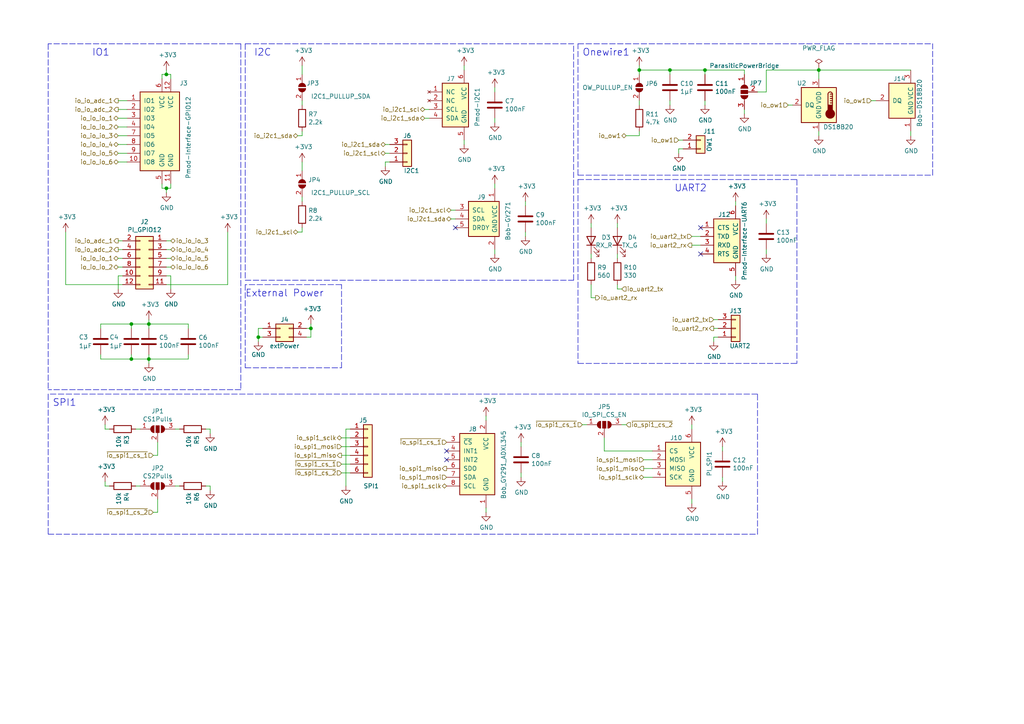
<source format=kicad_sch>
(kicad_sch (version 20211123) (generator eeschema)
  (paper "A4")
  (title_block (title "PMI-BOB²") (date "2023-02-15") (rev "V1.3") (company "Paderborn University - Measurement Engineering Group"))
  (lib_symbols
    (symbol "Bobs-emt:Bob-DS18B20" (pin_names (offset 1.016))
      (property "Reference" "J" (at -1.27 6.35 0))
      (property "Value" "Bob-DS18B20" (at 10.16 -7.62 0))
      (symbol "Bob-DS18B20_1_1"
        (rectangle (start -3.81 5.08) (end 3.81 -5.08) (stroke (width 0.254)) (fill (type background)))
        (pin power_in line (at 2.54 -8.89 90) (length 3.81) (name "GND") (number "1"))
        (pin passive line (at -7.62 0 0) (length 3.81) (name "DQ") (number "2"))
        (pin bidirectional line (at 2.54 8.89 270) (length 3.81) (name "VCC") (number "3"))
      )
    )
    (symbol "Bobs-emt:Bob-GY271" (pin_names (offset 1.016))
      (property "Reference" "J" (at 1.27 6.35 0))
      (property "Value" "Bob-GY271" (at 5.08 -7.62 0))
      (symbol "Bob-GY271_1_1"
        (rectangle (start 5.08 -5.08) (end -3.81 5.08) (stroke (width 0.254)) (fill (type background)))
        (pin passive line (at -2.54 8.89 270) (length 3.81) (name "VCC") (number "1"))
        (pin power_in line (at -2.54 -8.89 90) (length 3.81) (name "GND") (number "2"))
        (pin bidirectional line (at 8.89 2.54 180) (length 3.81) (name "SCL") (number "3"))
        (pin bidirectional line (at 8.89 0 180) (length 3.81) (name "SDA") (number "4"))
        (pin bidirectional line (at 8.89 -2.54 180) (length 3.81) (name "DRDY") (number "5"))
      )
    )
    (symbol "Bobs-emt:Bob_GY291_ADXL345" (pin_names (offset 1.016))
      (property "Reference" "J" (at -3.81 11.43 0))
      (property "Value" "Bob_GY291_ADXL345" (at 12.7 -10.16 0))
      (symbol "Bob_GY291_ADXL345_1_1"
        (rectangle (start -6.35 8.89) (end 3.81 -8.89) (stroke (width 0.254)) (fill (type background)))
        (pin power_in line (at 1.27 -12.7 90) (length 3.81) (name "GND") (number "1"))
        (pin bidirectional line (at 1.27 12.7 270) (length 3.81) (name "VCC") (number "2"))
        (pin bidirectional line (at -10.16 6.35 0) (length 3.81) (name "~{CS}") (number "3"))
        (pin bidirectional line (at -10.16 3.81 0) (length 3.81) (name "INT1") (number "4"))
        (pin bidirectional line (at -10.16 1.27 0) (length 3.81) (name "INT2") (number "5"))
        (pin bidirectional line (at -10.16 -1.27 0) (length 3.81) (name "SDO") (number "6"))
        (pin bidirectional line (at -10.16 -3.81 0) (length 3.81) (name "SDA") (number "7"))
        (pin bidirectional line (at -10.16 -6.35 0) (length 3.81) (name "SCL") (number "8"))
      )
    )
    (symbol "Connector_Generic:Conn_01x02" (pin_names (offset 1.016) hide)
      (property "Reference" "J" (at 0 2.54 0))
      (property "Value" "Conn_01x02" (at 0 -5.08 0))
      (symbol "Conn_01x02_1_1"
        (rectangle (start -1.27 -2.413) (end 0 -2.667) (stroke (width 0.1524)))
        (rectangle (start -1.27 0.127) (end 0 -0.127) (stroke (width 0.1524)))
        (rectangle (start -1.27 1.27) (end 1.27 -3.81) (stroke (width 0.254)) (fill (type background)))
        (pin passive line (at -5.08 0 0) (length 3.81) (name "Pin_1") (number "1"))
        (pin passive line (at -5.08 -2.54 0) (length 3.81) (name "Pin_2") (number "2"))
      )
    )
    (symbol "Connector_Generic:Conn_01x03" (pin_names (offset 1.016) hide)
      (property "Reference" "J" (at 0 5.08 0))
      (property "Value" "Conn_01x03" (at 0 -5.08 0))
      (symbol "Conn_01x03_1_1"
        (rectangle (start -1.27 -2.413) (end 0 -2.667) (stroke (width 0.1524)))
        (rectangle (start -1.27 0.127) (end 0 -0.127) (stroke (width 0.1524)))
        (rectangle (start -1.27 2.667) (end 0 2.413) (stroke (width 0.1524)))
        (rectangle (start -1.27 3.81) (end 1.27 -3.81) (stroke (width 0.254)) (fill (type background)))
        (pin passive line (at -5.08 2.54 0) (length 3.81) (name "Pin_1") (number "1"))
        (pin passive line (at -5.08 0 0) (length 3.81) (name "Pin_2") (number "2"))
        (pin passive line (at -5.08 -2.54 0) (length 3.81) (name "Pin_3") (number "3"))
      )
    )
    (symbol "Connector_Generic:Conn_01x06" (pin_names (offset 1.016) hide)
      (property "Reference" "J" (at 0 7.62 0))
      (property "Value" "Conn_01x06" (at 0 -10.16 0))
      (symbol "Conn_01x06_1_1"
        (rectangle (start -1.27 -7.493) (end 0 -7.747) (stroke (width 0.1524)))
        (rectangle (start -1.27 -4.953) (end 0 -5.207) (stroke (width 0.1524)))
        (rectangle (start -1.27 -2.413) (end 0 -2.667) (stroke (width 0.1524)))
        (rectangle (start -1.27 0.127) (end 0 -0.127) (stroke (width 0.1524)))
        (rectangle (start -1.27 2.667) (end 0 2.413) (stroke (width 0.1524)))
        (rectangle (start -1.27 5.207) (end 0 4.953) (stroke (width 0.1524)))
        (rectangle (start -1.27 6.35) (end 1.27 -8.89) (stroke (width 0.254)) (fill (type background)))
        (pin passive line (at -5.08 5.08 0) (length 3.81) (name "Pin_1") (number "1"))
        (pin passive line (at -5.08 2.54 0) (length 3.81) (name "Pin_2") (number "2"))
        (pin passive line (at -5.08 0 0) (length 3.81) (name "Pin_3") (number "3"))
        (pin passive line (at -5.08 -2.54 0) (length 3.81) (name "Pin_4") (number "4"))
        (pin passive line (at -5.08 -5.08 0) (length 3.81) (name "Pin_5") (number "5"))
        (pin passive line (at -5.08 -7.62 0) (length 3.81) (name "Pin_6") (number "6"))
      )
    )
    (symbol "Connector_Generic:Conn_02x02_Odd_Even" (pin_names (offset 1.016) hide)
      (property "Reference" "J" (at 1.27 2.54 0))
      (property "Value" "Conn_02x02_Odd_Even" (at 1.27 -5.08 0))
      (symbol "Conn_02x02_Odd_Even_1_1"
        (rectangle (start -1.27 -2.413) (end 0 -2.667) (stroke (width 0.1524)))
        (rectangle (start -1.27 0.127) (end 0 -0.127) (stroke (width 0.1524)))
        (rectangle (start -1.27 1.27) (end 3.81 -3.81) (stroke (width 0.254)) (fill (type background)))
        (rectangle (start 3.81 -2.413) (end 2.54 -2.667) (stroke (width 0.1524)))
        (rectangle (start 3.81 0.127) (end 2.54 -0.127) (stroke (width 0.1524)))
        (pin passive line (at -5.08 0 0) (length 3.81) (name "Pin_1") (number "1"))
        (pin passive line (at 7.62 0 180) (length 3.81) (name "Pin_2") (number "2"))
        (pin passive line (at -5.08 -2.54 0) (length 3.81) (name "Pin_3") (number "3"))
        (pin passive line (at 7.62 -2.54 180) (length 3.81) (name "Pin_4") (number "4"))
      )
    )
    (symbol "Connector_Generic:Conn_02x06_Odd_Even" (pin_names (offset 1.016) hide)
      (property "Reference" "J" (at 1.27 7.62 0))
      (property "Value" "Conn_02x06_Odd_Even" (at 1.27 -10.16 0))
      (symbol "Conn_02x06_Odd_Even_1_1"
        (rectangle (start -1.27 -7.493) (end 0 -7.747) (stroke (width 0.1524)))
        (rectangle (start -1.27 -4.953) (end 0 -5.207) (stroke (width 0.1524)))
        (rectangle (start -1.27 -2.413) (end 0 -2.667) (stroke (width 0.1524)))
        (rectangle (start -1.27 0.127) (end 0 -0.127) (stroke (width 0.1524)))
        (rectangle (start -1.27 2.667) (end 0 2.413) (stroke (width 0.1524)))
        (rectangle (start -1.27 5.207) (end 0 4.953) (stroke (width 0.1524)))
        (rectangle (start -1.27 6.35) (end 3.81 -8.89) (stroke (width 0.254)) (fill (type background)))
        (rectangle (start 3.81 -7.493) (end 2.54 -7.747) (stroke (width 0.1524)))
        (rectangle (start 3.81 -4.953) (end 2.54 -5.207) (stroke (width 0.1524)))
        (rectangle (start 3.81 -2.413) (end 2.54 -2.667) (stroke (width 0.1524)))
        (rectangle (start 3.81 0.127) (end 2.54 -0.127) (stroke (width 0.1524)))
        (rectangle (start 3.81 2.667) (end 2.54 2.413) (stroke (width 0.1524)))
        (rectangle (start 3.81 5.207) (end 2.54 4.953) (stroke (width 0.1524)))
        (pin passive line (at -5.08 5.08 0) (length 3.81) (name "Pin_1") (number "1"))
        (pin passive line (at 7.62 -5.08 180) (length 3.81) (name "Pin_10") (number "10"))
        (pin passive line (at -5.08 -7.62 0) (length 3.81) (name "Pin_11") (number "11"))
        (pin passive line (at 7.62 -7.62 180) (length 3.81) (name "Pin_12") (number "12"))
        (pin passive line (at 7.62 5.08 180) (length 3.81) (name "Pin_2") (number "2"))
        (pin passive line (at -5.08 2.54 0) (length 3.81) (name "Pin_3") (number "3"))
        (pin passive line (at 7.62 2.54 180) (length 3.81) (name "Pin_4") (number "4"))
        (pin passive line (at -5.08 0 0) (length 3.81) (name "Pin_5") (number "5"))
        (pin passive line (at 7.62 0 180) (length 3.81) (name "Pin_6") (number "6"))
        (pin passive line (at -5.08 -2.54 0) (length 3.81) (name "Pin_7") (number "7"))
        (pin passive line (at 7.62 -2.54 180) (length 3.81) (name "Pin_8") (number "8"))
        (pin passive line (at -5.08 -5.08 0) (length 3.81) (name "Pin_9") (number "9"))
      )
    )
    (symbol "Device:C" (pin_numbers hide) (pin_names (offset 0.254))
      (property "Reference" "C" (at 0.635 2.54 0))
      (property "Value" "C" (at 0.635 -2.54 0))
      (symbol "C_0_1"
        (polyline (pts (xy -2.032 -0.762) (xy 2.032 -0.762)) (stroke (width 0.508)))
        (polyline (pts (xy -2.032 0.762) (xy 2.032 0.762)) (stroke (width 0.508)))
      )
      (symbol "C_1_1"
        (pin passive line (at 0 3.81 270) (length 2.794) (name "~") (number "1"))
        (pin passive line (at 0 -3.81 90) (length 2.794) (name "~") (number "2"))
      )
    )
    (symbol "Device:LED" (pin_numbers hide) (pin_names (offset 1.016) hide)
      (property "Reference" "D" (at 0 2.54 0))
      (property "Value" "LED" (at 0 -2.54 0))
      (symbol "LED_0_1"
        (polyline (pts (xy -1.27 -1.27) (xy -1.27 1.27)) (stroke (width 0.254)))
        (polyline (pts (xy -1.27 0) (xy 1.27 0)))
        (polyline (pts (xy 1.27 -1.27) (xy 1.27 1.27) (xy -1.27 0) (xy 1.27 -1.27)) (stroke (width 0.254)))
        (polyline (pts (xy -3.048 -0.762) (xy -4.572 -2.286) (xy -3.81 -2.286) (xy -4.572 -2.286) (xy -4.572 -1.524)))
        (polyline (pts (xy -1.778 -0.762) (xy -3.302 -2.286) (xy -2.54 -2.286) (xy -3.302 -2.286) (xy -3.302 -1.524)))
      )
      (symbol "LED_1_1"
        (pin passive line (at -3.81 0 0) (length 2.54) (name "K") (number "1"))
        (pin passive line (at 3.81 0 180) (length 2.54) (name "A") (number "2"))
      )
    )
    (symbol "Device:R" (pin_numbers hide) (pin_names (offset 0))
      (property "Reference" "R" (at 2.032 0 90))
      (property "Value" "R" (at 0 0 90))
      (symbol "R_0_1"
        (rectangle (start -1.016 -2.54) (end 1.016 2.54) (stroke (width 0.254)))
      )
      (symbol "R_1_1"
        (pin passive line (at 0 3.81 270) (length 1.27) (name "~") (number "1"))
        (pin passive line (at 0 -3.81 90) (length 1.27) (name "~") (number "2"))
      )
    )
    (symbol "Jumper:SolderJumper_2_Open" (pin_names (offset 0) hide)
      (property "Reference" "JP" (at 0 2.032 0))
      (property "Value" "SolderJumper_2_Open" (at 0 -2.54 0))
      (symbol "SolderJumper_2_Open_0_1"
        (arc (start -0.254 1.016) (mid -1.27 0) (end -0.254 -1.016))
        (arc (start -0.254 1.016) (mid -1.27 0) (end -0.254 -1.016) (fill (type outline)))
        (polyline (pts (xy -0.254 1.016) (xy -0.254 -1.016)))
        (polyline (pts (xy 0.254 1.016) (xy 0.254 -1.016)))
        (arc (start 0.254 -1.016) (mid 1.27 0) (end 0.254 1.016))
        (arc (start 0.254 -1.016) (mid 1.27 0) (end 0.254 1.016) (fill (type outline)))
      )
      (symbol "SolderJumper_2_Open_1_1"
        (pin passive line (at -3.81 0 0) (length 2.54) (name "A") (number "1"))
        (pin passive line (at 3.81 0 180) (length 2.54) (name "B") (number "2"))
      )
    )
    (symbol "Jumper:SolderJumper_3_Open" (pin_names (offset 0) hide)
      (property "Reference" "JP" (at -2.54 -2.54 0))
      (property "Value" "SolderJumper_3_Open" (at 0 2.794 0))
      (symbol "SolderJumper_3_Open_0_1"
        (arc (start -1.016 1.016) (mid -2.032 0) (end -1.016 -1.016))
        (arc (start -1.016 1.016) (mid -2.032 0) (end -1.016 -1.016) (fill (type outline)))
        (rectangle (start -0.508 1.016) (end 0.508 -1.016) (fill (type outline)))
        (polyline (pts (xy -2.54 0) (xy -2.032 0)))
        (polyline (pts (xy -1.016 1.016) (xy -1.016 -1.016)))
        (polyline (pts (xy 0 -1.27) (xy 0 -1.016)))
        (polyline (pts (xy 1.016 1.016) (xy 1.016 -1.016)))
        (polyline (pts (xy 2.54 0) (xy 2.032 0)))
        (arc (start 1.016 -1.016) (mid 2.032 0) (end 1.016 1.016))
        (arc (start 1.016 -1.016) (mid 2.032 0) (end 1.016 1.016) (fill (type outline)))
      )
      (symbol "SolderJumper_3_Open_1_1"
        (pin passive line (at -5.08 0 0) (length 2.54) (name "A") (number "1"))
        (pin passive line (at 0 -3.81 90) (length 2.54) (name "C") (number "2"))
        (pin passive line (at 5.08 0 180) (length 2.54) (name "B") (number "3"))
      )
    )
    (symbol "Pmod-Interface-emt:Pmod-Interface-GPIO12" (pin_names (offset 1.016))
      (property "Reference" "J" (at 2.54 12.7 0))
      (property "Value" "Pmod-Interface-GPIO12" (at 12.7 -12.7 0))
      (symbol "Pmod-Interface-GPIO12_1_1"
        (rectangle (start 6.35 -11.43) (end -5.08 11.43) (stroke (width 0.254)) (fill (type background)))
        (pin bidirectional line (at 10.16 8.89 180) (length 3.81) (name "IO1") (number "1"))
        (pin bidirectional line (at 10.16 -8.89 180) (length 3.81) (name "IO8") (number "10"))
        (pin bidirectional line (at -2.54 -15.24 90) (length 3.81) (name "GND") (number "11"))
        (pin bidirectional line (at -2.54 15.24 270) (length 3.81) (name "VCC") (number "12"))
        (pin bidirectional line (at 10.16 6.35 180) (length 3.81) (name "IO2") (number "2"))
        (pin bidirectional line (at 10.16 3.81 180) (length 3.81) (name "IO3") (number "3"))
        (pin bidirectional line (at 10.16 1.27 180) (length 3.81) (name "IO4") (number "4"))
        (pin power_in line (at 0 -15.24 90) (length 3.81) (name "GND") (number "5"))
        (pin passive line (at 0 15.24 270) (length 3.81) (name "VCC") (number "6"))
        (pin bidirectional line (at 10.16 -1.27 180) (length 3.81) (name "IO5") (number "7"))
        (pin bidirectional line (at 10.16 -3.81 180) (length 3.81) (name "IO6") (number "8"))
        (pin bidirectional line (at 10.16 -6.35 180) (length 3.81) (name "IO7") (number "9"))
      )
    )
    (symbol "Pmod-Interface-emt:Pmod-Interface-I2C6" (pin_names (offset 1.016))
      (property "Reference" "J" (at 0 7.62 0))
      (property "Value" "Pmod-Interface-I2C6" (at 8.89 -7.62 0))
      (symbol "Pmod-Interface-I2C6_1_1"
        (rectangle (start 3.81 -6.35) (end -3.81 6.35) (stroke (width 0.254)) (fill (type background)))
        (pin no_connect line (at 7.62 3.81 180) (length 3.81) (name "NC") (number "1"))
        (pin no_connect line (at 7.62 1.27 180) (length 3.81) (name "NC") (number "2"))
        (pin bidirectional line (at 7.62 -1.27 180) (length 3.81) (name "SCL") (number "3"))
        (pin bidirectional line (at 7.62 -3.81 180) (length 3.81) (name "SDA") (number "4"))
        (pin power_in line (at -2.54 -10.16 90) (length 3.81) (name "GND") (number "5"))
        (pin passive line (at -2.54 10.16 270) (length 3.81) (name "VCC") (number "6"))
      )
    )
    (symbol "Pmod-Interface-emt:Pmod-Interface-SPI6" (pin_names (offset 1.016))
      (property "Reference" "J" (at 1.27 7.62 0))
      (property "Value" "Pmod-Interface-SPI6" (at 8.89 -7.62 0))
      (symbol "Pmod-Interface-SPI6_1_1"
        (rectangle (start 5.08 -6.35) (end -5.08 6.35) (stroke (width 0.254)) (fill (type background)))
        (pin bidirectional line (at 8.89 3.81 180) (length 3.81) (name "CS") (number "1"))
        (pin bidirectional line (at 8.89 1.27 180) (length 3.81) (name "MOSI") (number "2"))
        (pin bidirectional line (at 8.89 -1.27 180) (length 3.81) (name "MISO") (number "3"))
        (pin bidirectional line (at 8.89 -3.81 180) (length 3.81) (name "SCK") (number "4"))
        (pin power_in line (at -2.54 -10.16 90) (length 3.81) (name "GND") (number "5"))
        (pin passive line (at -2.54 10.16 270) (length 3.81) (name "VCC") (number "6"))
      )
    )
    (symbol "Pmod-Interface-emt:Pmod-Interface-UART6" (pin_names (offset 1.016))
      (property "Reference" "J" (at 0 7.62 0))
      (property "Value" "Pmod-Interface-UART6" (at 13.97 -7.62 0))
      (symbol "Pmod-Interface-UART6_1_1"
        (rectangle (start 3.81 -6.35) (end -3.81 6.35) (stroke (width 0.254)) (fill (type background)))
        (pin bidirectional line (at 7.62 3.81 180) (length 3.81) (name "CTS") (number "1"))
        (pin output line (at 7.62 1.27 180) (length 3.81) (name "TXD") (number "2"))
        (pin input line (at 7.62 -1.27 180) (length 3.81) (name "RXD") (number "3"))
        (pin bidirectional line (at 7.62 -3.81 180) (length 3.81) (name "RTS") (number "4"))
        (pin power_in line (at -2.54 -10.16 90) (length 3.81) (name "GND") (number "5"))
        (pin passive line (at -2.54 10.16 270) (length 3.81) (name "VCC") (number "6"))
      )
    )
    (symbol "Sensor_Temperature:DS18B20" (pin_names (offset 1.016))
      (property "Reference" "U" (at -3.81 6.35 0))
      (property "Value" "DS18B20" (at 6.35 6.35 0))
      (symbol "DS18B20_0_1"
        (rectangle (start -5.08 5.08) (end 5.08 -5.08) (stroke (width 0.254)) (fill (type background)))
        (circle (center -3.302 -2.54) (radius 1.27) (stroke (width 0.254)) (fill (type outline)))
        (rectangle (start -2.667 -1.905) (end -3.937 0) (stroke (width 0.254)) (fill (type outline)))
        (arc (start -2.667 3.175) (mid -3.302 3.81) (end -3.937 3.175) (stroke (width 0.254)))
        (polyline (pts (xy -3.937 0.635) (xy -3.302 0.635)) (stroke (width 0.254)))
        (polyline (pts (xy -3.937 1.27) (xy -3.302 1.27)) (stroke (width 0.254)))
        (polyline (pts (xy -3.937 1.905) (xy -3.302 1.905)) (stroke (width 0.254)))
        (polyline (pts (xy -3.937 2.54) (xy -3.302 2.54)) (stroke (width 0.254)))
        (polyline (pts (xy -3.937 3.175) (xy -3.937 0)) (stroke (width 0.254)))
        (polyline (pts (xy -3.937 3.175) (xy -3.302 3.175)) (stroke (width 0.254)))
        (polyline (pts (xy -2.667 3.175) (xy -2.667 0)) (stroke (width 0.254)))
      )
      (symbol "DS18B20_1_1"
        (pin power_in line (at 0 -7.62 90) (length 2.54) (name "GND") (number "1"))
        (pin bidirectional line (at 7.62 0 180) (length 2.54) (name "DQ") (number "2"))
        (pin power_in line (at 0 7.62 270) (length 2.54) (name "VDD") (number "3"))
      )
    )
    (symbol "power:+3V3" (power) (pin_names (offset 0))
      (property "Value" "+3V3" (at 0 3.556 0))
      (symbol "+3V3_0_1"
        (polyline (pts (xy -0.762 1.27) (xy 0 2.54)))
        (polyline (pts (xy 0 0) (xy 0 2.54)))
        (polyline (pts (xy 0 2.54) (xy 0.762 1.27)))
      )
      (symbol "+3V3_1_1"
        (pin power_in line (at 0 0 90) (length 0) hide (name "+3V3") (number "1"))
      )
    )
    (symbol "power:GND" (power) (pin_names (offset 0))
      (property "Value" "GND" (at 0 -3.81 0))
      (symbol "GND_0_1"
        (polyline (pts (xy 0 0) (xy 0 -1.27) (xy 1.27 -1.27) (xy 0 -2.54) (xy -1.27 -1.27) (xy 0 -1.27)))
      )
      (symbol "GND_1_1"
        (pin power_in line (at 0 0 270) (length 0) hide (name "GND") (number "1"))
      )
    )
    (symbol "power:PWR_FLAG" (power) (pin_numbers hide) (pin_names (offset 0) hide)
      (property "Value" "PWR_FLAG" (at 0 3.81 0))
      (symbol "PWR_FLAG_0_0"
        (pin power_out line (at 0 0 90) (length 0) (name "pwr") (number "1"))
      )
      (symbol "PWR_FLAG_0_1"
        (polyline (pts (xy 0 0) (xy 0 1.27) (xy -1.016 1.905) (xy 0 2.54) (xy 1.016 1.905) (xy 0 1.27)))
      )
    )
  )
  (junction (at 48.26 54.61))
  (junction (at 38.1 93.98))
  (junction (at 43.18 104.14))
  (junction (at 74.93 97.79))
  (junction (at 237.49 20.32))
  (junction (at 38.1 104.14))
  (junction (at 185.42 20.32))
  (junction (at 48.26 21.59))
  (junction (at 194.31 20.32))
  (junction (at 204.47 20.32))
  (junction (at 43.18 93.98))
  (junction (at 90.17 95.25))
  (no_connect (at 129.54 130.81))
  (no_connect (at 132.08 66.04))
  (no_connect (at 129.54 133.35))
  (no_connect (at 203.2 73.66))
  (no_connect (at 203.2 66.04))
  (wire (pts (xy 45.72 128.27) (xy 45.72 132.08)))
  (wire (pts (xy 54.61 104.14) (xy 43.18 104.14)))
  (wire (pts (xy 264.16 39.37) (xy 264.16 38.1)))
  (wire (pts (xy 179.07 82.55) (xy 179.07 83.82)))
  (wire (pts (xy 30.48 139.7) (xy 30.48 140.97)))
  (wire (pts (xy 48.26 21.59) (xy 49.53 21.59)))
  (wire (pts (xy 151.13 138.43) (xy 151.13 137.16)))
  (wire (pts (xy 39.37 124.46) (xy 40.64 124.46)))
  (wire (pts (xy 208.28 97.79) (xy 207.01 97.79)))
  (wire (pts (xy 43.18 93.98) (xy 54.61 93.98)))
  (wire (pts (xy 87.63 67.31) (xy 87.63 66.04)))
  (wire (pts (xy 54.61 93.98) (xy 54.61 95.25)))
  (wire (pts (xy 46.99 22.86) (xy 46.99 21.59)))
  (wire (pts (xy 49.53 83.82) (xy 49.53 80.01)))
  (wire (pts (xy 45.72 144.78) (xy 45.72 148.59)))
  (polyline (pts (xy 219.71 114.3) (xy 13.97 114.3)))
  (wire (pts (xy 49.53 21.59) (xy 49.53 22.86)))
  (wire (pts (xy 38.1 104.14) (xy 43.18 104.14)))
  (wire (pts (xy 34.29 44.45) (xy 36.83 44.45)))
  (polyline (pts (xy 13.97 114.3) (xy 13.97 154.94)))
  (wire (pts (xy 50.8 140.97) (xy 52.07 140.97)))
  (wire (pts (xy 124.46 34.29) (xy 123.19 34.29)))
  (polyline (pts (xy 167.64 50.8) (xy 167.64 12.7)))
  (wire (pts (xy 194.31 20.32) (xy 204.47 20.32)))
  (wire (pts (xy 43.18 93.98) (xy 43.18 95.25)))
  (wire (pts (xy 29.21 104.14) (xy 38.1 104.14)))
  (wire (pts (xy 35.56 77.47) (xy 34.29 77.47)))
  (wire (pts (xy 35.56 69.85) (xy 34.29 69.85)))
  (wire (pts (xy 34.29 29.21) (xy 36.83 29.21)))
  (wire (pts (xy 111.76 41.91) (xy 113.03 41.91)))
  (wire (pts (xy 34.29 39.37) (xy 36.83 39.37)))
  (wire (pts (xy 36.83 34.29) (xy 34.29 34.29)))
  (wire (pts (xy 48.26 82.55) (xy 66.04 82.55)))
  (wire (pts (xy 196.85 40.64) (xy 198.12 40.64)))
  (wire (pts (xy 60.96 140.97) (xy 60.96 142.24)))
  (wire (pts (xy 186.69 138.43) (xy 189.23 138.43)))
  (wire (pts (xy 74.93 95.25) (xy 76.2 95.25)))
  (wire (pts (xy 113.03 44.45) (xy 111.76 44.45)))
  (wire (pts (xy 34.29 36.83) (xy 36.83 36.83)))
  (wire (pts (xy 48.26 72.39) (xy 49.53 72.39)))
  (wire (pts (xy 76.2 97.79) (xy 74.93 97.79)))
  (wire (pts (xy 185.42 39.37) (xy 185.42 38.1)))
  (wire (pts (xy 19.05 82.55) (xy 35.56 82.55)))
  (wire (pts (xy 213.36 80.01) (xy 213.36 81.28)))
  (wire (pts (xy 204.47 29.21) (xy 204.47 30.48)))
  (wire (pts (xy 151.13 128.27) (xy 151.13 129.54)))
  (wire (pts (xy 194.31 29.21) (xy 194.31 30.48)))
  (wire (pts (xy 36.83 46.99) (xy 34.29 46.99)))
  (wire (pts (xy 152.4 68.58) (xy 152.4 67.31)))
  (wire (pts (xy 86.36 39.37) (xy 87.63 39.37)))
  (wire (pts (xy 46.99 21.59) (xy 48.26 21.59)))
  (wire (pts (xy 101.6 127) (xy 99.06 127)))
  (wire (pts (xy 48.26 55.88) (xy 48.26 54.61)))
  (wire (pts (xy 171.45 74.93) (xy 171.45 73.66)))
  (wire (pts (xy 49.53 80.01) (xy 48.26 80.01)))
  (wire (pts (xy 29.21 102.87) (xy 29.21 104.14)))
  (wire (pts (xy 19.05 67.31) (xy 19.05 82.55)))
  (polyline (pts (xy 13.97 12.7) (xy 13.97 113.03)))
  (wire (pts (xy 34.29 83.82) (xy 34.29 80.01)))
  (wire (pts (xy 34.29 80.01) (xy 35.56 80.01)))
  (wire (pts (xy 48.26 77.47) (xy 49.53 77.47)))
  (wire (pts (xy 87.63 19.05) (xy 87.63 21.59)))
  (wire (pts (xy 207.01 97.79) (xy 207.01 99.06)))
  (wire (pts (xy 194.31 20.32) (xy 185.42 20.32)))
  (wire (pts (xy 237.49 20.32) (xy 264.16 20.32)))
  (wire (pts (xy 30.48 124.46) (xy 31.75 124.46)))
  (wire (pts (xy 46.99 53.34) (xy 46.99 54.61)))
  (wire (pts (xy 222.25 73.66) (xy 222.25 72.39)))
  (wire (pts (xy 185.42 30.48) (xy 185.42 29.21)))
  (wire (pts (xy 189.23 133.35) (xy 186.69 133.35)))
  (wire (pts (xy 228.6 30.48) (xy 229.87 30.48)))
  (wire (pts (xy 48.26 54.61) (xy 49.53 54.61)))
  (wire (pts (xy 111.76 48.26) (xy 111.76 46.99)))
  (polyline (pts (xy 69.85 113.03) (xy 13.97 113.03)))
  (wire (pts (xy 87.63 39.37) (xy 87.63 38.1)))
  (wire (pts (xy 237.49 20.32) (xy 237.49 22.86)))
  (wire (pts (xy 87.63 46.99) (xy 87.63 49.53)))
  (wire (pts (xy 134.62 40.64) (xy 134.62 41.91)))
  (wire (pts (xy 48.26 69.85) (xy 49.53 69.85)))
  (wire (pts (xy 140.97 121.92) (xy 140.97 120.65)))
  (wire (pts (xy 237.49 38.1) (xy 237.49 39.37)))
  (wire (pts (xy 204.47 20.32) (xy 215.9 20.32)))
  (wire (pts (xy 130.81 60.96) (xy 132.08 60.96)))
  (wire (pts (xy 171.45 86.36) (xy 172.72 86.36)))
  (wire (pts (xy 66.04 67.31) (xy 66.04 82.55)))
  (wire (pts (xy 43.18 93.98) (xy 38.1 93.98)))
  (wire (pts (xy 50.8 124.46) (xy 52.07 124.46)))
  (wire (pts (xy 254 29.21) (xy 252.73 29.21)))
  (wire (pts (xy 45.72 148.59) (xy 44.45 148.59)))
  (wire (pts (xy 86.36 67.31) (xy 87.63 67.31)))
  (wire (pts (xy 215.9 20.32) (xy 215.9 21.59)))
  (wire (pts (xy 54.61 102.87) (xy 54.61 104.14)))
  (polyline (pts (xy 71.12 82.55) (xy 71.12 106.68)))
  (wire (pts (xy 179.07 74.93) (xy 179.07 73.66)))
  (polyline (pts (xy 167.64 52.07) (xy 231.14 52.07)))
  (wire (pts (xy 100.33 124.46) (xy 100.33 140.97)))
  (wire (pts (xy 180.34 123.19) (xy 181.61 123.19)))
  (wire (pts (xy 185.42 20.32) (xy 185.42 21.59)))
  (wire (pts (xy 100.33 124.46) (xy 101.6 124.46)))
  (wire (pts (xy 45.72 132.08) (xy 44.45 132.08)))
  (wire (pts (xy 87.63 30.48) (xy 87.63 29.21)))
  (polyline (pts (xy 69.85 12.7) (xy 13.97 12.7)))
  (wire (pts (xy 213.36 58.42) (xy 213.36 59.69)))
  (wire (pts (xy 130.81 63.5) (xy 132.08 63.5)))
  (wire (pts (xy 43.18 92.71) (xy 43.18 93.98)))
  (wire (pts (xy 175.26 130.81) (xy 189.23 130.81)))
  (wire (pts (xy 90.17 97.79) (xy 88.9 97.79)))
  (wire (pts (xy 222.25 20.32) (xy 237.49 20.32)))
  (wire (pts (xy 170.18 123.19) (xy 168.91 123.19)))
  (wire (pts (xy 171.45 82.55) (xy 171.45 86.36)))
  (polyline (pts (xy 13.97 154.94) (xy 219.71 154.94)))
  (wire (pts (xy 198.12 43.18) (xy 196.85 43.18)))
  (wire (pts (xy 34.29 31.75) (xy 36.83 31.75)))
  (wire (pts (xy 134.62 19.05) (xy 134.62 20.32)))
  (wire (pts (xy 87.63 58.42) (xy 87.63 57.15)))
  (wire (pts (xy 222.25 26.67) (xy 222.25 20.32)))
  (wire (pts (xy 200.66 71.12) (xy 203.2 71.12)))
  (wire (pts (xy 200.66 68.58) (xy 203.2 68.58)))
  (wire (pts (xy 39.37 140.97) (xy 40.64 140.97)))
  (polyline (pts (xy 166.37 81.28) (xy 166.37 12.7)))
  (wire (pts (xy 143.51 35.56) (xy 143.51 34.29)))
  (wire (pts (xy 186.69 135.89) (xy 189.23 135.89)))
  (wire (pts (xy 194.31 21.59) (xy 194.31 20.32)))
  (wire (pts (xy 74.93 97.79) (xy 74.93 99.06)))
  (wire (pts (xy 59.69 140.97) (xy 60.96 140.97)))
  (wire (pts (xy 181.61 39.37) (xy 185.42 39.37)))
  (wire (pts (xy 60.96 124.46) (xy 60.96 125.73)))
  (polyline (pts (xy 71.12 12.7) (xy 166.37 12.7)))
  (wire (pts (xy 179.07 64.77) (xy 179.07 66.04)))
  (polyline (pts (xy 219.71 154.94) (xy 219.71 114.3)))
  (wire (pts (xy 209.55 129.54) (xy 209.55 130.81)))
  (wire (pts (xy 59.69 124.46) (xy 60.96 124.46)))
  (wire (pts (xy 200.66 124.46) (xy 200.66 123.19)))
  (wire (pts (xy 207.01 92.71) (xy 208.28 92.71)))
  (polyline (pts (xy 167.64 50.8) (xy 270.51 50.8)))
  (wire (pts (xy 140.97 148.59) (xy 140.97 147.32)))
  (wire (pts (xy 124.46 31.75) (xy 123.19 31.75)))
  (wire (pts (xy 48.26 74.93) (xy 49.53 74.93)))
  (polyline (pts (xy 71.12 106.68) (xy 99.06 106.68)))
  (wire (pts (xy 219.71 26.67) (xy 222.25 26.67)))
  (wire (pts (xy 90.17 95.25) (xy 90.17 97.79)))
  (wire (pts (xy 175.26 130.81) (xy 175.26 127)))
  (wire (pts (xy 29.21 93.98) (xy 38.1 93.98)))
  (polyline (pts (xy 71.12 12.7) (xy 71.12 81.28)))
  (wire (pts (xy 152.4 58.42) (xy 152.4 59.69)))
  (polyline (pts (xy 167.64 105.41) (xy 231.14 105.41)))
  (wire (pts (xy 46.99 54.61) (xy 48.26 54.61)))
  (polyline (pts (xy 69.85 12.7) (xy 69.85 113.03)))
  (wire (pts (xy 38.1 102.87) (xy 38.1 104.14)))
  (wire (pts (xy 101.6 134.62) (xy 99.06 134.62)))
  (wire (pts (xy 38.1 93.98) (xy 38.1 95.25)))
  (wire (pts (xy 74.93 97.79) (xy 74.93 95.25)))
  (wire (pts (xy 209.55 139.7) (xy 209.55 138.43)))
  (wire (pts (xy 222.25 63.5) (xy 222.25 64.77)))
  (wire (pts (xy 35.56 72.39) (xy 34.29 72.39)))
  (wire (pts (xy 171.45 64.77) (xy 171.45 66.04)))
  (wire (pts (xy 48.26 20.32) (xy 48.26 21.59)))
  (wire (pts (xy 36.83 41.91) (xy 34.29 41.91)))
  (polyline (pts (xy 270.51 50.8) (xy 270.51 12.7)))
  (wire (pts (xy 200.66 146.05) (xy 200.66 144.78)))
  (polyline (pts (xy 71.12 81.28) (xy 166.37 81.28)))
  (wire (pts (xy 43.18 104.14) (xy 43.18 102.87)))
  (wire (pts (xy 237.49 19.685) (xy 237.49 20.32)))
  (wire (pts (xy 35.56 74.93) (xy 34.29 74.93)))
  (wire (pts (xy 43.18 105.41) (xy 43.18 104.14)))
  (wire (pts (xy 49.53 54.61) (xy 49.53 53.34)))
  (wire (pts (xy 204.47 21.59) (xy 204.47 20.32)))
  (polyline (pts (xy 99.06 82.55) (xy 71.12 82.55)))
  (polyline (pts (xy 99.06 106.68) (xy 99.06 82.55)))
  (polyline (pts (xy 167.64 12.7) (xy 270.51 12.7)))
  (wire (pts (xy 90.17 93.98) (xy 90.17 95.25)))
  (wire (pts (xy 30.48 140.97) (xy 31.75 140.97)))
  (wire (pts (xy 196.85 43.18) (xy 196.85 44.45)))
  (wire (pts (xy 29.21 95.25) (xy 29.21 93.98)))
  (wire (pts (xy 101.6 129.54) (xy 99.06 129.54)))
  (wire (pts (xy 101.6 132.08) (xy 99.06 132.08)))
  (wire (pts (xy 111.76 46.99) (xy 113.03 46.99)))
  (wire (pts (xy 30.48 123.19) (xy 30.48 124.46)))
  (wire (pts (xy 143.51 54.61) (xy 143.51 53.34)))
  (wire (pts (xy 185.42 19.05) (xy 185.42 20.32)))
  (wire (pts (xy 143.51 72.39) (xy 143.51 73.66)))
  (wire (pts (xy 215.9 31.75) (xy 215.9 33.02)))
  (wire (pts (xy 143.51 25.4) (xy 143.51 26.67)))
  (wire (pts (xy 207.01 95.25) (xy 208.28 95.25)))
  (wire (pts (xy 88.9 95.25) (xy 90.17 95.25)))
  (polyline (pts (xy 231.14 52.07) (xy 231.14 105.41)))
  (polyline (pts (xy 167.64 52.07) (xy 167.64 105.41)))
  (wire (pts (xy 99.06 137.16) (xy 101.6 137.16)))
  (wire (pts (xy 179.07 83.82) (xy 180.34 83.82)))
  (text "UART2" (at 195.58 55.88 0) (effects (font (size 2.0066 2.0066)) (justify left bottom)))
  (text "External Power" (at 71.12 86.36 0) (effects (font (size 2.0066 2.0066)) (justify left bottom)))
  (text "Onewire1" (at 168.91 16.51 0) (effects (font (size 2.0066 2.0066)) (justify left bottom)))
  (text "SPI1" (at 15.24 118.11 0) (effects (font (size 2.0066 2.0066)) (justify left bottom)))
  (text "I2C" (at 73.66 16.51 0) (effects (font (size 2.0066 2.0066)) (justify left bottom)))
  (text "IO1" (at 26.67 16.51 0) (effects (font (size 2.0066 2.0066)) (justify left bottom)))
  (hierarchical_label "io_i2c1_sda" (shape bidirectional) (at 86.36 39.37 180))
  (hierarchical_label "io_io_io_5" (shape bidirectional) (at 34.29 44.45 180))
  (hierarchical_label "io_io_io_6" (shape bidirectional) (at 34.29 46.99 180))
  (hierarchical_label "~{io_spi1_cs_1}" (shape input) (at 99.06 134.62 180))
  (hierarchical_label "io_spi1_miso" (shape output) (at 186.69 135.89 180))
  (hierarchical_label "io_ow1" (shape input) (at 252.73 29.21 180))
  (hierarchical_label "io_ow1" (shape input) (at 196.85 40.64 180))
  (hierarchical_label "io_io_io_1" (shape bidirectional) (at 34.29 74.93 180))
  (hierarchical_label "io_spi1_miso" (shape output) (at 99.06 132.08 180))
  (hierarchical_label "io_i2c1_sda" (shape bidirectional) (at 130.81 63.5 180))
  (hierarchical_label "io_spi1_mosi" (shape input) (at 129.54 138.43 180))
  (hierarchical_label "io_i2c1_sda" (shape bidirectional) (at 111.76 41.91 180))
  (hierarchical_label "io_io_io_3" (shape bidirectional) (at 34.29 39.37 180))
  (hierarchical_label "io_io_io_5" (shape bidirectional) (at 49.53 74.93 0))
  (hierarchical_label "io_io_adc_2" (shape output) (at 34.29 31.75 180))
  (hierarchical_label "~{io_spi1_cs_1}" (shape input) (at 44.45 132.08 180))
  (hierarchical_label "io_i2c1_scl" (shape bidirectional) (at 111.76 44.45 180))
  (hierarchical_label "io_uart2_tx" (shape input) (at 207.01 92.71 180))
  (hierarchical_label "io_io_io_6" (shape bidirectional) (at 49.53 77.47 0))
  (hierarchical_label "io_i2c1_scl" (shape bidirectional) (at 123.19 31.75 180))
  (hierarchical_label "io_uart2_rx" (shape output) (at 200.66 71.12 180))
  (hierarchical_label "io_uart2_tx" (shape input) (at 180.34 83.82 0))
  (hierarchical_label "io_io_io_4" (shape bidirectional) (at 34.29 41.91 180))
  (hierarchical_label "io_io_adc_1" (shape output) (at 34.29 69.85 180))
  (hierarchical_label "io_spi1_sclk" (shape bidirectional) (at 99.06 127 180))
  (hierarchical_label "io_uart2_rx" (shape output) (at 207.01 95.25 180))
  (hierarchical_label "io_i2c1_sda" (shape bidirectional) (at 123.19 34.29 180))
  (hierarchical_label "io_spi1_sclk" (shape bidirectional) (at 129.54 140.97 180))
  (hierarchical_label "io_io_io_2" (shape bidirectional) (at 34.29 36.83 180))
  (hierarchical_label "io_spi1_mosi" (shape input) (at 186.69 133.35 180))
  (hierarchical_label "~{io_spi1_cs_2}" (shape input) (at 99.06 137.16 180))
  (hierarchical_label "io_io_adc_1" (shape output) (at 34.29 29.21 180))
  (hierarchical_label "io_io_io_4" (shape bidirectional) (at 49.53 72.39 0))
  (hierarchical_label "~{io_spi1_cs_1}" (shape input) (at 129.54 128.27 180))
  (hierarchical_label "io_io_io_2" (shape bidirectional) (at 34.29 77.47 180))
  (hierarchical_label "~{io_spi1_cs_2}" (shape input) (at 181.61 123.19 0))
  (hierarchical_label "io_ow1" (shape input) (at 228.6 30.48 180))
  (hierarchical_label "io_io_adc_2" (shape output) (at 34.29 72.39 180))
  (hierarchical_label "io_uart2_rx" (shape output) (at 172.72 86.36 0))
  (hierarchical_label "~{io_spi1_cs_2}" (shape input) (at 44.45 148.59 180))
  (hierarchical_label "io_ow1" (shape bidirectional) (at 181.61 39.37 180))
  (hierarchical_label "io_spi1_miso" (shape output) (at 129.54 135.89 180))
  (hierarchical_label "io_i2c1_scl" (shape bidirectional) (at 86.36 67.31 180))
  (hierarchical_label "io_uart2_tx" (shape input) (at 200.66 68.58 180))
  (hierarchical_label "~{io_spi1_cs_1}" (shape input) (at 168.91 123.19 180))
  (hierarchical_label "io_io_io_3" (shape bidirectional) (at 49.53 69.85 0))
  (hierarchical_label "io_i2c1_scl" (shape bidirectional) (at 130.81 60.96 180))
  (hierarchical_label "io_io_io_1" (shape bidirectional) (at 34.29 34.29 180))
  (hierarchical_label "io_spi1_mosi" (shape input) (at 99.06 129.54 180))
  (hierarchical_label "io_spi1_sclk" (shape bidirectional) (at 186.69 138.43 180))
  (symbol (lib_id "Bobs-emt:Bob-GY271") (at 140.97 63.5 0) (mirror y) (unit 1)
    (property "Reference" "J9" (at 138.43 57.15 0) (effects (justify right)))
    (property "Value" "Bob-GY271" (at 147.32 58.42 90) (effects (justify right)))
    (property "Footprint" "Connector_PinSocket_2.54mm:PinSocket_1x05_P2.54mm_Vertical" (effects hide))
  )
  (symbol (lib_id "Device:C") (at 151.13 133.35 0) (unit 1)
    (property "Reference" "C8" (at 154.051 132.1816 0) (effects (justify left)))
    (property "Value" "100nF" (at 154.051 134.493 0) (effects (justify left)))
    (property "Footprint" "Capacitor_SMD:C_0603_1608Metric" (effects hide))
  )
  (symbol (lib_id "power:+3V3") (at 151.13 128.27 0) (unit 1)
    (property "Reference" "#PWR037" (effects hide))
    (property "Value" "+3V3" (at 151.511 123.8758 0))
  )
  (symbol (lib_id "power:GND") (at 151.13 138.43 0) (unit 1)
    (property "Reference" "#PWR038" (effects hide))
    (property "Value" "GND" (at 151.257 142.8242 0))
  )
  (symbol (lib_id "Bobs-emt:Bob_GY291_ADXL345") (at 139.7 134.62 0) (unit 1)
    (property "Reference" "J8" (at 135.89 124.46 0) (effects (justify left)))
    (property "Value" "Bob_GY291_ADXL345" (at 146.05 144.78 90) (effects (justify left)))
    (property "Footprint" "Connector_PinSocket_2.54mm:PinSocket_1x08_P2.54mm_Vertical" (effects hide))
  )
  (symbol (lib_id "Device:C") (at 152.4 63.5 0) (unit 1)
    (property "Reference" "C9" (at 155.321 62.3316 0) (effects (justify left)))
    (property "Value" "100nF" (at 155.321 64.643 0) (effects (justify left)))
    (property "Footprint" "Capacitor_SMD:C_0603_1608Metric" (effects hide))
  )
  (symbol (lib_id "power:+3V3") (at 152.4 58.42 0) (unit 1)
    (property "Reference" "#PWR039" (effects hide))
    (property "Value" "+3V3" (at 152.781 54.0258 0))
  )
  (symbol (lib_id "power:GND") (at 152.4 68.58 0) (unit 1)
    (property "Reference" "#PWR040" (effects hide))
    (property "Value" "GND" (at 152.527 72.9742 0))
  )
  (symbol (lib_id "power:GND") (at 100.33 140.97 0) (unit 1)
    (property "Reference" "#PWR027" (effects hide))
    (property "Value" "GND" (at 100.457 145.3642 0))
  )
  (symbol (lib_id "Device:C") (at 38.1 99.06 0) (unit 1)
    (property "Reference" "C4" (at 31.75 97.79 0) (effects (justify left)))
    (property "Value" "1µF" (at 31.75 100.33 0) (effects (justify left)))
    (property "Footprint" "Capacitor_SMD:C_0805_2012Metric" (effects hide))
  )
  (symbol (lib_id "power:+3V3") (at 140.97 120.65 0) (unit 1)
    (property "Reference" "#PWR031" (effects hide))
    (property "Value" "+3V3" (at 141.351 116.2558 0))
  )
  (symbol (lib_id "power:GND") (at 140.97 148.59 0) (unit 1)
    (property "Reference" "#PWR032" (effects hide))
    (property "Value" "GND" (at 141.097 152.9842 0))
  )
  (symbol (lib_id "power:GND") (at 111.76 48.26 0) (unit 1)
    (property "Reference" "#PWR028" (effects hide))
    (property "Value" "GND" (at 111.887 52.6542 0))
  )
  (symbol (lib_id "Bobs-emt:Bob-DS18B20") (at 261.62 29.21 0) (unit 1)
    (property "Reference" "J14" (at 259.08 22.86 0) (effects (justify left)))
    (property "Value" "Bob-DS18B20" (at 266.7 36.83 90) (effects (justify left)))
    (property "Footprint" "Bobs-emt:Bob_DS18B20_Host" (effects hide))
  )
  (symbol (lib_id "Pmod-Interface-emt:Pmod-Interface-GPIO12") (at 46.99 38.1 0) (mirror y) (unit 1)
    (property "Reference" "J3" (at 52.07 24.13 0) (effects (justify right)))
    (property "Value" "Pmod-Interface-GPIO12" (at 54.61 27.94 90) (effects (justify right)))
    (property "Footprint" "Pmod_Interface-emt:Pmod_Interface_Female12" (effects hide))
  )
  (symbol (lib_id "Device:LED") (at 179.07 69.85 90) (unit 1)
    (property "Reference" "D4" (at 182.0672 68.8594 90) (effects (justify right)))
    (property "Value" "TX_G" (at 180.34 71.12 90) (effects (justify right)))
    (property "Footprint" "Diode_SMD:D_0603_1608Metric" (effects hide))
    (property "Mfr" "Osram" (effects hide))
    (property "Reichelt No" "LG L29K" (effects hide))
    (property "Digi-Key No" "475-3118-1-ND" (effects hide))
    (property "Mouser No" "20-LGL29KF2J124Z" (effects hide))
    (property " Manufacturer Part No " "LG L29K-F2J1-24-Z" (effects hide))
    (property "Manufacturer" "Osram" (effects hide))
    (property "Mouser Part No " "720-LGL29KF2J124Z" (effects hide))
  )
  (symbol (lib_id "Device:R") (at 179.07 78.74 0) (unit 1)
    (property "Reference" "R10" (at 180.848 77.5716 0) (effects (justify left)))
    (property "Value" "330" (at 180.848 79.883 0) (effects (justify left)))
    (property "Footprint" "Resistor_SMD:R_0603_1608Metric" (effects hide))
  )
  (symbol (lib_id "power:GND") (at 207.01 99.06 0) (unit 1)
    (property "Reference" "#PWR049" (effects hide))
    (property "Value" "GND" (at 207.137 103.4542 0))
  )
  (symbol (lib_id "power:+3V3") (at 179.07 64.77 0) (unit 1)
    (property "Reference" "#PWR042" (effects hide))
    (property "Value" "+3V3" (at 179.451 60.3758 0))
  )
  (symbol (lib_id "power:GND") (at 74.93 99.06 0) (unit 1)
    (property "Reference" "#PWR023" (effects hide))
    (property "Value" "GND" (at 74.93 102.87 0))
  )
  (symbol (lib_id "power:+3V3") (at 90.17 93.98 0) (unit 1)
    (property "Reference" "#PWR026" (effects hide))
    (property "Value" "+3V3" (at 90.551 89.5858 0))
  )
  (symbol (lib_id "Connector_Generic:Conn_02x02_Odd_Even") (at 81.28 95.25 0) (unit 1)
    (property "Reference" "J4" (at 82.55 92.71 0))
    (property "Value" "extPower" (at 82.55 100.33 0))
    (property "Footprint" "Connector_PinHeader_2.54mm:PinHeader_2x02_P2.54mm_Vertical" (effects hide))
  )
  (symbol (lib_id "Device:LED") (at 171.45 69.85 90) (unit 1)
    (property "Reference" "D3" (at 174.4472 68.8594 90) (effects (justify right)))
    (property "Value" "RX_R" (at 172.72 71.12 90) (effects (justify right)))
    (property "Footprint" "Diode_SMD:D_0603_1608Metric" (effects hide))
    (property "Mfr" "Osram" (effects hide))
    (property "Reichelt No" "OSO LSL29K-G1J2" (effects hide))
    (property "Digi-Key No" "475-3124-1-ND" (effects hide))
    (property "Mouser No" "720-LSL29K-G1H2-1-Z" (effects hide))
    (property " Manufacturer Part No " "LS L29K-G1H2-1-Z" (effects hide))
    (property "Manufacturer" "Osram" (effects hide))
    (property "Mouser Part No " "720-LSL29K-G1H2-1-Z" (effects hide))
  )
  (symbol (lib_id "Device:R") (at 171.45 78.74 0) (unit 1)
    (property "Reference" "R9" (at 173.228 77.5716 0) (effects (justify left)))
    (property "Value" "560" (at 173.228 79.883 0) (effects (justify left)))
    (property "Footprint" "Resistor_SMD:R_0603_1608Metric" (effects hide))
  )
  (symbol (lib_id "power:+3V3") (at 171.45 64.77 0) (unit 1)
    (property "Reference" "#PWR041" (effects hide))
    (property "Value" "+3V3" (at 171.831 60.3758 0))
  )
  (symbol (lib_id "Device:C") (at 29.21 99.06 0) (unit 1)
    (property "Reference" "C3" (at 22.86 97.79 0) (effects (justify left)))
    (property "Value" "1µF" (at 22.86 100.33 0) (effects (justify left)))
    (property "Footprint" "Capacitor_SMD:C_0805_2012Metric" (effects hide))
  )
  (symbol (lib_id "Device:C") (at 54.61 99.06 0) (unit 1)
    (property "Reference" "C6" (at 57.531 97.8916 0) (effects (justify left)))
    (property "Value" "100nF" (at 57.531 100.203 0) (effects (justify left)))
    (property "Footprint" "Capacitor_SMD:C_0603_1608Metric" (effects hide))
  )
  (symbol (lib_id "Connector_Generic:Conn_02x06_Odd_Even") (at 43.18 74.93 0) (mirror y) (unit 1)
    (property "Reference" "J2" (at 41.91 64.3382 0))
    (property "Value" "PI_GPIO12" (at 41.91 66.6496 0))
    (property "Footprint" "Connector_PinHeader_2.54mm:PinHeader_2x06_P2.54mm_Vertical" (effects hide))
  )
  (symbol (lib_id "power:GND") (at 49.53 83.82 0) (unit 1)
    (property "Reference" "#PWR019" (effects hide))
    (property "Value" "GND" (at 49.657 88.2142 0))
  )
  (symbol (lib_id "Jumper:SolderJumper_2_Open") (at 185.42 25.4 270) (unit 1)
    (property "Reference" "JP6" (at 187.1472 24.2316 90) (effects (justify left)))
    (property "Value" "OW_PULLUP_EN" (at 168.91 25.4 90) (effects (justify left)))
    (property "Footprint" "Jumper:SolderJumper-2_P1.3mm_Open_TrianglePad1.0x1.5mm" (effects hide))
  )
  (symbol (lib_id "power:+3V3") (at 185.42 19.05 0) (unit 1)
    (property "Reference" "#PWR043" (effects hide))
    (property "Value" "+3V3" (at 185.801 14.6558 0))
  )
  (symbol (lib_id "Device:R") (at 185.42 34.29 0) (unit 1)
    (property "Reference" "R11" (at 187.198 33.1216 0) (effects (justify left)))
    (property "Value" "4.7k" (at 187.198 35.433 0) (effects (justify left)))
    (property "Footprint" "Resistor_SMD:R_0603_1608Metric" (effects hide))
  )
  (symbol (lib_id "Sensor_Temperature:DS18B20") (at 237.49 30.48 0) (mirror y) (unit 1)
    (property "Reference" "U2" (at 231.14 24.13 0) (effects (justify right)))
    (property "Value" "DS18B20" (at 238.76 36.83 0) (effects (justify right)))
    (property "Footprint" "Package_TO_SOT_THT:TO-92_Inline" (effects hide))
    (property "Datasheet" "http://datasheets.maximintegrated.com/en/ds/DS18B20.pdf" (effects hide))
    (property "Reichelt Part No" "DS 18B20" (effects hide))
    (property "Mouser Part No " "700-DS18B20+" (effects hide))
    (property "Manufacturer" "Maxim Integrated " (effects hide))
    (property " Manufacturer Part No " "DS18B20+ " (effects hide))
  )
  (symbol (lib_id "Device:C") (at 194.31 25.4 0) (unit 1)
    (property "Reference" "C10" (at 197.231 24.2316 0) (effects (justify left)))
    (property "Value" "1µF" (at 197.231 26.543 0) (effects (justify left)))
    (property "Footprint" "Capacitor_SMD:C_0805_2012Metric" (effects hide))
  )
  (symbol (lib_id "Device:C") (at 204.47 25.4 0) (unit 1)
    (property "Reference" "C11" (at 207.391 24.2316 0) (effects (justify left)))
    (property "Value" "100nF" (at 207.391 26.543 0) (effects (justify left)))
    (property "Footprint" "Capacitor_SMD:C_0603_1608Metric" (effects hide))
  )
  (symbol (lib_id "power:GND") (at 194.31 30.48 0) (unit 1)
    (property "Reference" "#PWR044" (effects hide))
    (property "Value" "GND" (at 194.437 34.8742 0))
  )
  (symbol (lib_id "power:GND") (at 204.47 30.48 0) (unit 1)
    (property "Reference" "#PWR048" (effects hide))
    (property "Value" "GND" (at 204.597 34.8742 0))
  )
  (symbol (lib_id "power:GND") (at 237.49 39.37 0) (unit 1)
    (property "Reference" "#PWR057" (effects hide))
    (property "Value" "GND" (at 237.617 43.7642 0))
  )
  (symbol (lib_id "power:GND") (at 264.16 39.37 0) (unit 1)
    (property "Reference" "#PWR058" (effects hide))
    (property "Value" "GND" (at 264.287 43.7642 0))
  )
  (symbol (lib_id "Jumper:SolderJumper_2_Open") (at 87.63 25.4 270) (unit 1)
    (property "Reference" "JP3" (at 88.9 24.13 90) (effects (justify left)))
    (property "Value" "I2C1_PULLUP_SDA" (at 90.17 27.94 90) (effects (justify left)))
    (property "Footprint" "Jumper:SolderJumper-2_P1.3mm_Open_TrianglePad1.0x1.5mm" (effects hide))
  )
  (symbol (lib_id "power:+3V3") (at 87.63 19.05 0) (unit 1)
    (property "Reference" "#PWR024" (effects hide))
    (property "Value" "+3V3" (at 88.011 14.6558 0))
  )
  (symbol (lib_id "Device:R") (at 87.63 34.29 0) (unit 1)
    (property "Reference" "R7" (at 89.408 33.1216 0) (effects (justify left)))
    (property "Value" "2.2k" (at 89.408 35.433 0) (effects (justify left)))
    (property "Footprint" "Resistor_SMD:R_0603_1608Metric" (effects hide))
  )
  (symbol (lib_id "Jumper:SolderJumper_2_Open") (at 87.63 53.34 270) (unit 1)
    (property "Reference" "JP4" (at 89.3572 52.1716 90) (effects (justify left)))
    (property "Value" "I2C1_PULLUP_SCL" (at 90.17 55.88 90) (effects (justify left)))
    (property "Footprint" "Jumper:SolderJumper-2_P1.3mm_Open_TrianglePad1.0x1.5mm" (effects hide))
  )
  (symbol (lib_id "power:+3V3") (at 87.63 46.99 0) (unit 1)
    (property "Reference" "#PWR025" (effects hide))
    (property "Value" "+3V3" (at 88.011 42.5958 0))
  )
  (symbol (lib_id "Device:R") (at 87.63 62.23 0) (unit 1)
    (property "Reference" "R8" (at 89.408 61.0616 0) (effects (justify left)))
    (property "Value" "2.2k" (at 89.408 63.373 0) (effects (justify left)))
    (property "Footprint" "Resistor_SMD:R_0603_1608Metric" (effects hide))
  )
  (symbol (lib_id "Pmod-Interface-emt:Pmod-Interface-I2C6") (at 132.08 30.48 0) (mirror y) (unit 1)
    (property "Reference" "J7" (at 129.54 22.86 0) (effects (justify right)))
    (property "Value" "Pmod-I2C1" (at 138.43 25.4 90) (effects (justify right)))
    (property "Footprint" "Pmod_Interface-emt:Pmod_Interface_Female6" (effects hide))
  )
  (symbol (lib_id "power:GND") (at 134.62 41.91 0) (unit 1)
    (property "Reference" "#PWR030" (effects hide))
    (property "Value" "GND" (at 134.747 46.3042 0))
  )
  (symbol (lib_id "power:+3V3") (at 134.62 19.05 0) (unit 1)
    (property "Reference" "#PWR029" (effects hide))
    (property "Value" "+3V3" (at 135.001 14.6558 0))
  )
  (symbol (lib_id "Device:C") (at 143.51 30.48 0) (unit 1)
    (property "Reference" "C7" (at 146.431 29.3116 0) (effects (justify left)))
    (property "Value" "100nF" (at 146.431 31.623 0) (effects (justify left)))
    (property "Footprint" "Capacitor_SMD:C_0603_1608Metric" (effects hide))
  )
  (symbol (lib_id "power:+3V3") (at 143.51 25.4 0) (unit 1)
    (property "Reference" "#PWR033" (effects hide))
    (property "Value" "+3V3" (at 143.891 21.0058 0))
  )
  (symbol (lib_id "power:GND") (at 143.51 35.56 0) (unit 1)
    (property "Reference" "#PWR034" (effects hide))
    (property "Value" "GND" (at 143.637 39.9542 0))
  )
  (symbol (lib_id "power:GND") (at 213.36 81.28 0) (unit 1)
    (property "Reference" "#PWR053" (effects hide))
    (property "Value" "GND" (at 213.487 85.6742 0))
  )
  (symbol (lib_id "power:+3V3") (at 213.36 58.42 0) (unit 1)
    (property "Reference" "#PWR052" (effects hide))
    (property "Value" "+3V3" (at 213.741 54.0258 0))
  )
  (symbol (lib_id "Device:C") (at 222.25 68.58 0) (unit 1)
    (property "Reference" "C13" (at 225.171 67.4116 0) (effects (justify left)))
    (property "Value" "100nF" (at 225.171 69.723 0) (effects (justify left)))
    (property "Footprint" "Capacitor_SMD:C_0603_1608Metric" (effects hide))
  )
  (symbol (lib_id "power:+3V3") (at 222.25 63.5 0) (unit 1)
    (property "Reference" "#PWR055" (effects hide))
    (property "Value" "+3V3" (at 222.631 59.1058 0))
  )
  (symbol (lib_id "power:GND") (at 222.25 73.66 0) (unit 1)
    (property "Reference" "#PWR056" (effects hide))
    (property "Value" "GND" (at 222.377 78.0542 0))
  )
  (symbol (lib_id "Device:C") (at 209.55 134.62 0) (unit 1)
    (property "Reference" "C12" (at 212.471 133.4516 0) (effects (justify left)))
    (property "Value" "100nF" (at 212.471 135.763 0) (effects (justify left)))
    (property "Footprint" "Capacitor_SMD:C_0603_1608Metric" (effects hide))
  )
  (symbol (lib_id "power:+3V3") (at 209.55 129.54 0) (unit 1)
    (property "Reference" "#PWR050" (effects hide))
    (property "Value" "+3V3" (at 209.931 125.1458 0))
  )
  (symbol (lib_id "power:GND") (at 209.55 139.7 0) (unit 1)
    (property "Reference" "#PWR051" (effects hide))
    (property "Value" "GND" (at 209.677 144.0942 0))
  )
  (symbol (lib_id "power:+3V3") (at 200.66 123.19 0) (unit 1)
    (property "Reference" "#PWR046" (effects hide))
    (property "Value" "+3V3" (at 201.041 118.7958 0))
  )
  (symbol (lib_id "power:GND") (at 200.66 146.05 0) (unit 1)
    (property "Reference" "#PWR047" (effects hide))
    (property "Value" "GND" (at 200.787 150.4442 0))
  )
  (symbol (lib_id "Pmod-Interface-emt:Pmod-Interface-SPI6") (at 198.12 134.62 0) (mirror y) (unit 1)
    (property "Reference" "J10" (at 194.31 127 0) (effects (justify right)))
    (property "Value" "PI_SPI1" (at 205.74 130.81 90) (effects (justify right)))
    (property "Footprint" "Pmod_Interface-emt:Pmod_Interface_Female6" (effects hide))
  )
  (symbol (lib_id "power:GND") (at 48.26 55.88 0) (unit 1)
    (property "Reference" "#PWR018" (effects hide))
    (property "Value" "GND" (at 48.387 60.2742 0))
  )
  (symbol (lib_id "Device:C") (at 43.18 99.06 0) (unit 1)
    (property "Reference" "C5" (at 46.101 97.8916 0) (effects (justify left)))
    (property "Value" "100nF" (at 46.101 100.203 0) (effects (justify left)))
    (property "Footprint" "Capacitor_SMD:C_0603_1608Metric" (effects hide))
  )
  (symbol (lib_id "power:+3V3") (at 43.18 92.71 0) (unit 1)
    (property "Reference" "#PWR015" (effects hide))
    (property "Value" "+3V3" (at 43.561 88.3158 0))
  )
  (symbol (lib_id "power:GND") (at 43.18 105.41 0) (unit 1)
    (property "Reference" "#PWR016" (effects hide))
    (property "Value" "GND" (at 43.307 109.8042 0))
  )
  (symbol (lib_id "power:+3V3") (at 48.26 20.32 0) (unit 1)
    (property "Reference" "#PWR017" (effects hide))
    (property "Value" "+3V3" (at 48.641 15.9258 0))
  )
  (symbol (lib_id "power:GND") (at 143.51 73.66 0) (unit 1)
    (property "Reference" "#PWR036" (effects hide))
    (property "Value" "GND" (at 143.637 78.0542 0))
  )
  (symbol (lib_id "power:+3V3") (at 143.51 53.34 0) (unit 1)
    (property "Reference" "#PWR035" (effects hide))
    (property "Value" "+3V3" (at 143.891 48.9458 0))
  )
  (symbol (lib_id "power:+3V3") (at 66.04 67.31 0) (unit 1)
    (property "Reference" "#PWR022" (effects hide))
    (property "Value" "+3V3" (at 66.421 62.9158 0))
  )
  (symbol (lib_id "Connector_Generic:Conn_01x06") (at 106.68 129.54 0) (unit 1)
    (property "Reference" "J5" (at 104.14 121.92 0) (effects (justify left)))
    (property "Value" "SPI1" (at 105.41 140.97 0) (effects (justify left)))
    (property "Footprint" "Connector_PinHeader_2.54mm:PinHeader_1x06_P2.54mm_Vertical" (effects hide))
  )
  (symbol (lib_id "Jumper:SolderJumper_3_Open") (at 175.26 123.19 0) (unit 1)
    (property "Reference" "JP5" (at 175.26 117.983 0))
    (property "Value" "IO_SPI_CS_EN" (at 175.26 120.2944 0))
    (property "Footprint" "Jumper:SolderJumper-3_P2.0mm_Open_TrianglePad1.0x1.5mm" (effects hide))
  )
  (symbol (lib_id "Connector_Generic:Conn_01x02") (at 203.2 43.18 0) (mirror x) (unit 1)
    (property "Reference" "J11" (at 205.74 38.1 0))
    (property "Value" "OW1" (at 205.74 41.91 90))
    (property "Footprint" "Connector_PinHeader_2.54mm:PinHeader_1x02_P2.54mm_Vertical" (effects hide))
  )
  (symbol (lib_id "power:GND") (at 196.85 44.45 0) (unit 1)
    (property "Reference" "#PWR045" (effects hide))
    (property "Value" "GND" (at 196.977 48.8442 0))
  )
  (symbol (lib_id "Connector_Generic:Conn_01x03") (at 118.11 44.45 0) (mirror x) (unit 1)
    (property "Reference" "J6" (at 118.11 39.37 0))
    (property "Value" "I2C1" (at 119.38 49.53 0))
    (property "Footprint" "Connector_PinHeader_2.54mm:PinHeader_1x03_P2.54mm_Vertical" (effects hide))
  )
  (symbol (lib_id "Connector_Generic:Conn_01x03") (at 213.36 95.25 0) (mirror x) (unit 1)
    (property "Reference" "J13" (at 213.36 90.17 0))
    (property "Value" "UART2" (at 214.63 100.33 0))
    (property "Footprint" "Connector_PinHeader_2.54mm:PinHeader_1x03_P2.54mm_Vertical" (effects hide))
  )
  (symbol (lib_id "Pmod-Interface-emt:Pmod-Interface-UART6") (at 210.82 69.85 0) (mirror y) (unit 1)
    (property "Reference" "J12" (at 208.28 62.23 0) (effects (justify right)))
    (property "Value" "Pmod-Interface-UART6" (at 215.9 58.42 90) (effects (justify right)))
    (property "Footprint" "Pmod_Interface-emt:Pmod_Interface_Female6" (effects hide))
  )
  (symbol (lib_id "Jumper:SolderJumper_3_Open") (at 45.72 124.46 0) (unit 1)
    (property "Reference" "JP1" (at 45.72 119.253 0))
    (property "Value" "CS1Pulls" (at 45.72 121.5644 0))
    (property "Footprint" "Jumper:SolderJumper-3_P2.0mm_Open_TrianglePad1.0x1.5mm" (effects hide))
  )
  (symbol (lib_id "Device:R") (at 35.56 124.46 270) (unit 1)
    (property "Reference" "R3" (at 36.7284 126.238 0) (effects (justify left)))
    (property "Value" "10k" (at 34.417 126.238 0) (effects (justify left)))
    (property "Footprint" "Resistor_SMD:R_0603_1608Metric" (effects hide))
  )
  (symbol (lib_id "Device:R") (at 55.88 124.46 270) (unit 1)
    (property "Reference" "R5" (at 57.0484 126.238 0) (effects (justify left)))
    (property "Value" "10k" (at 54.737 126.238 0) (effects (justify left)))
    (property "Footprint" "Resistor_SMD:R_0603_1608Metric" (effects hide))
  )
  (symbol (lib_id "power:+3V3") (at 30.48 123.19 0) (unit 1)
    (property "Reference" "#PWR012" (effects hide))
    (property "Value" "+3V3" (at 30.861 118.7958 0))
  )
  (symbol (lib_id "power:GND") (at 60.96 125.73 0) (unit 1)
    (property "Reference" "#PWR020" (effects hide))
    (property "Value" "GND" (at 61.087 130.1242 0))
  )
  (symbol (lib_id "Jumper:SolderJumper_3_Open") (at 45.72 140.97 0) (unit 1)
    (property "Reference" "JP2" (at 45.72 135.763 0))
    (property "Value" "CS2Pulls" (at 45.72 138.0744 0))
    (property "Footprint" "Jumper:SolderJumper-3_P2.0mm_Open_TrianglePad1.0x1.5mm" (effects hide))
  )
  (symbol (lib_id "Device:R") (at 35.56 140.97 270) (unit 1)
    (property "Reference" "R4" (at 36.7284 142.748 0) (effects (justify left)))
    (property "Value" "10k" (at 34.417 142.748 0) (effects (justify left)))
    (property "Footprint" "Resistor_SMD:R_0603_1608Metric" (effects hide))
  )
  (symbol (lib_id "Device:R") (at 55.88 140.97 270) (unit 1)
    (property "Reference" "R6" (at 57.0484 142.748 0) (effects (justify left)))
    (property "Value" "10k" (at 54.737 142.748 0) (effects (justify left)))
    (property "Footprint" "Resistor_SMD:R_0603_1608Metric" (effects hide))
  )
  (symbol (lib_id "power:+3V3") (at 30.48 139.7 0) (unit 1)
    (property "Reference" "#PWR013" (effects hide))
    (property "Value" "+3V3" (at 30.861 135.3058 0))
  )
  (symbol (lib_id "power:GND") (at 60.96 142.24 0) (unit 1)
    (property "Reference" "#PWR021" (effects hide))
    (property "Value" "GND" (at 61.087 146.6342 0))
  )
  (symbol (lib_id "power:GND") (at 34.29 83.82 0) (unit 1)
    (property "Reference" "#PWR014" (effects hide))
    (property "Value" "GND" (at 34.417 88.2142 0))
  )
  (symbol (lib_id "power:+3V3") (at 19.05 67.31 0) (unit 1)
    (property "Reference" "#PWR011" (effects hide))
    (property "Value" "+3V3" (at 19.431 62.9158 0))
  )
  (symbol (lib_id "Jumper:SolderJumper_3_Open") (at 215.9 26.67 90) (mirror x) (unit 1)
    (property "Reference" "JP7" (at 220.98 24.13 90) (effects (justify left)))
    (property "Value" "ParasiticPowerBridge" (at 226.06 19.05 90) (effects (justify left)))
    (property "Footprint" "Jumper:SolderJumper-3_P2.0mm_Open_TrianglePad1.0x1.5mm_NumberLabels" (effects hide))
  )
  (symbol (lib_id "power:GND") (at 215.9 33.02 0) (unit 1)
    (property "Reference" "#PWR054" (effects hide))
    (property "Value" "GND" (at 216.027 37.4142 0))
  )
  (symbol (lib_id "power:PWR_FLAG") (at 237.49 19.685 0) (unit 1)
    (property "Reference" "#FLG02" (effects hide))
    (property "Value" "PWR_FLAG" (at 237.49 13.97 0))
  )
)
</source>
